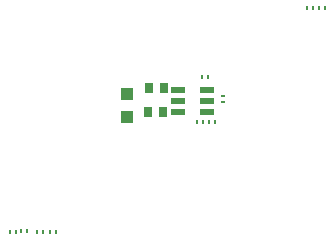
<source format=gtp>
G75*
%MOIN*%
%OFA0B0*%
%FSLAX25Y25*%
%IPPOS*%
%LPD*%
%AMOC8*
5,1,8,0,0,1.08239X$1,22.5*
%
%ADD10R,0.01102X0.01693*%
%ADD11R,0.04921X0.02362*%
%ADD12R,0.02756X0.03543*%
%ADD13R,0.00984X0.01378*%
%ADD14R,0.01693X0.01102*%
%ADD15R,0.03937X0.03937*%
D10*
X0054663Y0137400D03*
X0056671Y0137400D03*
X0058563Y0137500D03*
X0060571Y0137500D03*
X0063863Y0137400D03*
X0065871Y0137400D03*
X0068063Y0137400D03*
X0070071Y0137400D03*
X0117063Y0174000D03*
X0119071Y0174000D03*
X0121263Y0174000D03*
X0123271Y0174000D03*
X0153663Y0212000D03*
X0155671Y0212000D03*
X0157663Y0212000D03*
X0159671Y0212000D03*
D11*
X0120588Y0184740D03*
X0120588Y0181000D03*
X0120588Y0177260D03*
X0110745Y0177260D03*
X0110745Y0181000D03*
X0110745Y0184740D03*
D12*
X0106126Y0185300D03*
X0101008Y0185300D03*
X0100708Y0177300D03*
X0105826Y0177300D03*
D13*
X0118682Y0189000D03*
X0120651Y0189000D03*
D14*
X0125667Y0182604D03*
X0125667Y0180596D03*
D15*
X0093667Y0183437D03*
X0093667Y0175563D03*
M02*

</source>
